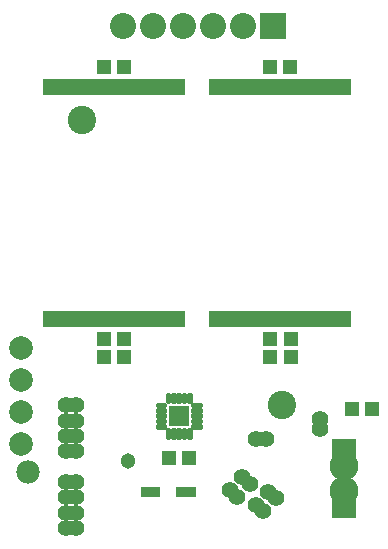
<source format=gts>
G04 EAGLE Gerber X2 export*
G75*
%MOMM*%
%FSLAX34Y34*%
%LPD*%
%AMOC8*
5,1,8,0,0,1.08239X$1,22.5*%
G01*
%ADD10C,2.403200*%
%ADD11C,1.981200*%
%ADD12R,2.003200X2.003200*%
%ADD13C,1.403200*%
%ADD14C,2.003200*%
%ADD15R,1.303200X1.203200*%
%ADD16R,0.503200X1.453200*%
%ADD17R,1.203200X1.303200*%
%ADD18C,2.203200*%
%ADD19R,2.203200X2.203200*%
%ADD20C,0.221600*%
%ADD21R,1.753200X1.753200*%
%ADD22R,0.838200X0.965200*%
%ADD23C,1.303200*%
%ADD24C,1.409600*%
%ADD25C,2.465200*%


D10*
X242716Y130960D03*
X73583Y372960D03*
D11*
X27685Y74866D03*
D12*
X294910Y92424D03*
D13*
X237714Y52616D03*
D14*
X21914Y125316D03*
D15*
X233043Y187625D03*
X250043Y187625D03*
X232973Y417416D03*
X249973Y417416D03*
X91945Y417416D03*
X108945Y417416D03*
X92000Y187625D03*
X109000Y187625D03*
X163803Y86836D03*
X146803Y86836D03*
D13*
X275293Y119216D03*
X209214Y70716D03*
D12*
X294910Y46237D03*
D16*
X42956Y204240D03*
X47956Y204240D03*
X52956Y204240D03*
X57956Y204240D03*
X62956Y204240D03*
X67956Y204240D03*
X72956Y204240D03*
X77956Y204240D03*
X82956Y204240D03*
X87956Y204240D03*
X92956Y204240D03*
X97956Y204240D03*
X102956Y204240D03*
X107956Y204240D03*
X112956Y204240D03*
X117956Y204240D03*
X122956Y204240D03*
X127956Y204240D03*
X132956Y204240D03*
X137956Y204240D03*
X142956Y204240D03*
X147956Y204240D03*
X152956Y204240D03*
X157956Y204240D03*
X157956Y400740D03*
X152956Y400740D03*
X147956Y400740D03*
X142956Y400740D03*
X137956Y400740D03*
X132956Y400740D03*
X127956Y400740D03*
X122956Y400740D03*
X117956Y400740D03*
X112956Y400740D03*
X107956Y400740D03*
X102956Y400740D03*
X97956Y400740D03*
X92956Y400740D03*
X87956Y400740D03*
X82956Y400740D03*
X77956Y400740D03*
X72956Y400740D03*
X67956Y400740D03*
X62956Y400740D03*
X57956Y400740D03*
X52956Y400740D03*
X47956Y400740D03*
X42956Y400740D03*
X183956Y204240D03*
X188956Y204240D03*
X193956Y204240D03*
X198956Y204240D03*
X203956Y204240D03*
X208956Y204240D03*
X213956Y204240D03*
X218956Y204240D03*
X223956Y204240D03*
X228956Y204240D03*
X233956Y204240D03*
X238956Y204240D03*
X243956Y204240D03*
X248956Y204240D03*
X253956Y204240D03*
X258956Y204240D03*
X263956Y204240D03*
X268956Y204240D03*
X273956Y204240D03*
X278956Y204240D03*
X283956Y204240D03*
X288956Y204240D03*
X293956Y204240D03*
X298956Y204240D03*
X298956Y400740D03*
X293956Y400740D03*
X288956Y400740D03*
X283956Y400740D03*
X278956Y400740D03*
X273956Y400740D03*
X268956Y400740D03*
X263956Y400740D03*
X258956Y400740D03*
X253956Y400740D03*
X248956Y400740D03*
X243956Y400740D03*
X238956Y400740D03*
X233956Y400740D03*
X228956Y400740D03*
X223956Y400740D03*
X218956Y400740D03*
X213956Y400740D03*
X208956Y400740D03*
X203956Y400740D03*
X198956Y400740D03*
X193956Y400740D03*
X188956Y400740D03*
X183956Y400740D03*
D13*
X60014Y27616D03*
X60014Y40216D03*
X60014Y53216D03*
X60014Y66116D03*
X60014Y92116D03*
X60014Y104816D03*
X60014Y117716D03*
X60014Y131016D03*
D14*
X21914Y152516D03*
D17*
X250029Y172035D03*
X233029Y172035D03*
X302101Y128035D03*
X319101Y128035D03*
D14*
X21914Y98116D03*
D13*
X220614Y102516D03*
D14*
X21914Y179716D03*
D18*
X108607Y452357D03*
X134007Y452357D03*
X159407Y452357D03*
X184807Y452357D03*
X210207Y452357D03*
D19*
X235607Y452357D03*
D20*
X143949Y130147D02*
X136933Y130147D01*
X136933Y132363D01*
X143949Y132363D01*
X143949Y130147D01*
X143949Y132362D02*
X136933Y132362D01*
X136933Y125647D02*
X143949Y125647D01*
X136933Y125647D02*
X136933Y127863D01*
X143949Y127863D01*
X143949Y125647D01*
X143949Y127862D02*
X136933Y127862D01*
X136933Y121147D02*
X143949Y121147D01*
X136933Y121147D02*
X136933Y123363D01*
X143949Y123363D01*
X143949Y121147D01*
X143949Y123362D02*
X136933Y123362D01*
X136933Y116647D02*
X143949Y116647D01*
X136933Y116647D02*
X136933Y118863D01*
X143949Y118863D01*
X143949Y116647D01*
X143949Y118862D02*
X136933Y118862D01*
X136933Y112147D02*
X143949Y112147D01*
X136933Y112147D02*
X136933Y114363D01*
X143949Y114363D01*
X143949Y112147D01*
X143949Y114362D02*
X136933Y114362D01*
X147499Y110813D02*
X147499Y103797D01*
X145283Y103797D01*
X145283Y110813D01*
X147499Y110813D01*
X147499Y106012D02*
X145283Y106012D01*
X145283Y108227D02*
X147499Y108227D01*
X147499Y110442D02*
X145283Y110442D01*
X151999Y110813D02*
X151999Y103797D01*
X149783Y103797D01*
X149783Y110813D01*
X151999Y110813D01*
X151999Y106012D02*
X149783Y106012D01*
X149783Y108227D02*
X151999Y108227D01*
X151999Y110442D02*
X149783Y110442D01*
X156499Y110813D02*
X156499Y103797D01*
X154283Y103797D01*
X154283Y110813D01*
X156499Y110813D01*
X156499Y106012D02*
X154283Y106012D01*
X154283Y108227D02*
X156499Y108227D01*
X156499Y110442D02*
X154283Y110442D01*
X160999Y110813D02*
X160999Y103797D01*
X158783Y103797D01*
X158783Y110813D01*
X160999Y110813D01*
X160999Y106012D02*
X158783Y106012D01*
X158783Y108227D02*
X160999Y108227D01*
X160999Y110442D02*
X158783Y110442D01*
X165499Y110813D02*
X165499Y103797D01*
X163283Y103797D01*
X163283Y110813D01*
X165499Y110813D01*
X165499Y106012D02*
X163283Y106012D01*
X163283Y108227D02*
X165499Y108227D01*
X165499Y110442D02*
X163283Y110442D01*
X166833Y114363D02*
X173849Y114363D01*
X173849Y112147D01*
X166833Y112147D01*
X166833Y114363D01*
X166833Y114362D02*
X173849Y114362D01*
X173849Y118863D02*
X166833Y118863D01*
X173849Y118863D02*
X173849Y116647D01*
X166833Y116647D01*
X166833Y118863D01*
X166833Y118862D02*
X173849Y118862D01*
X173849Y123363D02*
X166833Y123363D01*
X173849Y123363D02*
X173849Y121147D01*
X166833Y121147D01*
X166833Y123363D01*
X166833Y123362D02*
X173849Y123362D01*
X173849Y127863D02*
X166833Y127863D01*
X173849Y127863D02*
X173849Y125647D01*
X166833Y125647D01*
X166833Y127863D01*
X166833Y127862D02*
X173849Y127862D01*
X173849Y132363D02*
X166833Y132363D01*
X173849Y132363D02*
X173849Y130147D01*
X166833Y130147D01*
X166833Y132363D01*
X166833Y132362D02*
X173849Y132362D01*
X163283Y133697D02*
X163283Y140713D01*
X165499Y140713D01*
X165499Y133697D01*
X163283Y133697D01*
X163283Y135912D02*
X165499Y135912D01*
X165499Y138127D02*
X163283Y138127D01*
X163283Y140342D02*
X165499Y140342D01*
X158783Y140713D02*
X158783Y133697D01*
X158783Y140713D02*
X160999Y140713D01*
X160999Y133697D01*
X158783Y133697D01*
X158783Y135912D02*
X160999Y135912D01*
X160999Y138127D02*
X158783Y138127D01*
X158783Y140342D02*
X160999Y140342D01*
X154283Y140713D02*
X154283Y133697D01*
X154283Y140713D02*
X156499Y140713D01*
X156499Y133697D01*
X154283Y133697D01*
X154283Y135912D02*
X156499Y135912D01*
X156499Y138127D02*
X154283Y138127D01*
X154283Y140342D02*
X156499Y140342D01*
X149783Y140713D02*
X149783Y133697D01*
X149783Y140713D02*
X151999Y140713D01*
X151999Y133697D01*
X149783Y133697D01*
X149783Y135912D02*
X151999Y135912D01*
X151999Y138127D02*
X149783Y138127D01*
X149783Y140342D02*
X151999Y140342D01*
X145283Y140713D02*
X145283Y133697D01*
X145283Y140713D02*
X147499Y140713D01*
X147499Y133697D01*
X145283Y133697D01*
X145283Y135912D02*
X147499Y135912D01*
X147499Y138127D02*
X145283Y138127D01*
X145283Y140342D02*
X147499Y140342D01*
D21*
X155391Y122255D03*
D13*
X198414Y59116D03*
X226614Y41616D03*
D17*
X109111Y172035D03*
X92111Y172035D03*
D22*
X127433Y57375D03*
X135561Y57375D03*
X165657Y57375D03*
X157529Y57375D03*
D23*
X112535Y83781D03*
D24*
X275293Y111036D03*
D25*
X294914Y58649D03*
X294914Y79927D03*
D24*
X228994Y102237D03*
X231348Y57505D03*
X220437Y46935D03*
X215323Y64751D03*
X204753Y53414D03*
X68199Y130982D03*
X68199Y117685D03*
X68199Y104813D03*
X68199Y92113D03*
X68199Y40287D03*
X68199Y27586D03*
X68199Y53243D03*
X68199Y66200D03*
M02*

</source>
